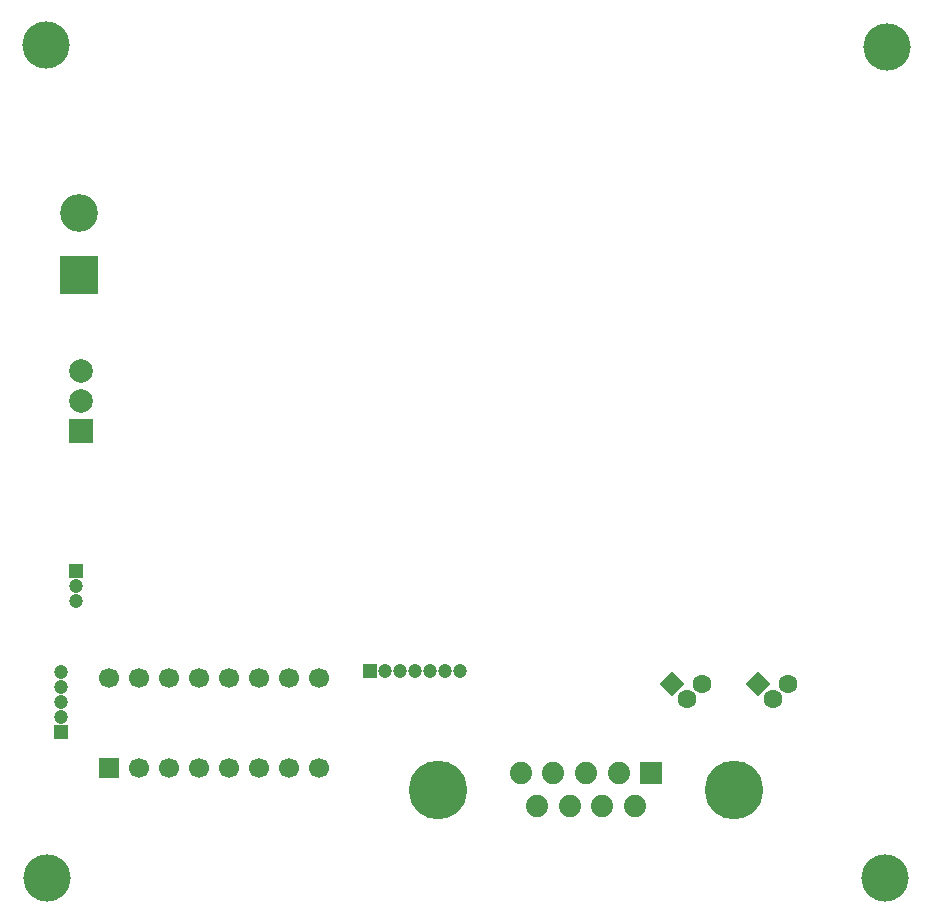
<source format=gbr>
G04 DipTrace 3.2.0.1*
G04 Íèæíÿÿìàñêà.gbr*
%MOIN*%
G04 #@! TF.FileFunction,Soldermask,Bot*
G04 #@! TF.Part,Single*
%AMOUTLINE1*
4,1,4,
0.0,-0.041001,
-0.041001,0.0,
0.0,0.041001,
0.041001,0.0,
0.0,-0.041001,
0*%
%ADD43C,0.15748*%
%ADD54C,0.062992*%
%ADD55C,0.195276*%
%ADD57C,0.074409*%
%ADD59R,0.074409X0.074409*%
%ADD65C,0.066929*%
%ADD67R,0.066929X0.066929*%
%ADD69C,0.047244*%
%ADD71R,0.047244X0.047244*%
%ADD73C,0.07874*%
%ADD75R,0.07874X0.07874*%
%ADD85C,0.125984*%
%ADD87R,0.125984X0.125984*%
%ADD99OUTLINE1*%
%FSLAX26Y26*%
G04*
G70*
G90*
G75*
G01*
G04 BotMask*
%LPD*%
D87*
X706257Y2602437D3*
D85*
Y2811492D3*
D75*
X715601Y2081873D3*
D73*
Y2281873D3*
Y2181873D3*
D71*
X697136Y1615255D3*
D69*
Y1565255D3*
Y1515255D3*
D71*
X647793Y1080753D3*
D69*
Y1130753D3*
Y1180753D3*
Y1230753D3*
Y1280753D3*
D71*
X1676828Y1282018D3*
D69*
X1726828D3*
X1776828D3*
X1826828D3*
X1876828D3*
X1926828D3*
X1976828D3*
D67*
X805877Y958923D3*
D65*
X905877D3*
X1005877D3*
X1105877D3*
X1205877D3*
X1305877D3*
X1405877D3*
X1505877D3*
Y1258923D3*
X1405877D3*
X1305877D3*
X1205877D3*
X1105877D3*
X1005877D3*
X905877D3*
X805877D3*
D59*
X2615307Y943922D3*
D57*
X2506252D3*
X2397197D3*
X2288142D3*
X2179087D3*
X2560780Y832111D3*
X2451724D3*
X2342669D3*
X2233614D3*
D55*
X2889126Y888016D3*
X1905268D3*
D54*
X2783585Y1238996D3*
X2733585Y1188996D3*
D99*
X2683585Y1238996D3*
D54*
X3071105Y1240608D3*
X3021105Y1190608D3*
D99*
X2971105Y1240608D3*
D43*
X596748Y3368723D3*
X3400374Y3362759D3*
X3394469Y592726D3*
X599033Y592151D3*
M02*

</source>
